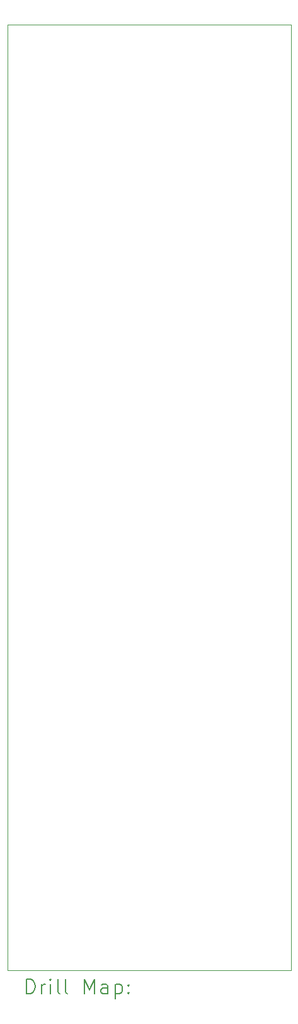
<source format=gbr>
%TF.GenerationSoftware,KiCad,Pcbnew,8.0.6*%
%TF.CreationDate,2025-03-08T22:03:24-06:00*%
%TF.ProjectId,fullycustomcontrolle one handv4,66756c6c-7963-4757-9374-6f6d636f6e74,rev?*%
%TF.SameCoordinates,Original*%
%TF.FileFunction,Drillmap*%
%TF.FilePolarity,Positive*%
%FSLAX45Y45*%
G04 Gerber Fmt 4.5, Leading zero omitted, Abs format (unit mm)*
G04 Created by KiCad (PCBNEW 8.0.6) date 2025-03-08 22:03:24*
%MOMM*%
%LPD*%
G01*
G04 APERTURE LIST*
%ADD10C,0.050000*%
%ADD11C,0.200000*%
G04 APERTURE END LIST*
D10*
X17780000Y-2313500D02*
X21590000Y-2313500D01*
X21590000Y-14986000D01*
X17780000Y-14986000D01*
X17780000Y-2313500D01*
D11*
X18038277Y-15299984D02*
X18038277Y-15099984D01*
X18038277Y-15099984D02*
X18085896Y-15099984D01*
X18085896Y-15099984D02*
X18114467Y-15109508D01*
X18114467Y-15109508D02*
X18133515Y-15128555D01*
X18133515Y-15128555D02*
X18143039Y-15147603D01*
X18143039Y-15147603D02*
X18152563Y-15185698D01*
X18152563Y-15185698D02*
X18152563Y-15214269D01*
X18152563Y-15214269D02*
X18143039Y-15252365D01*
X18143039Y-15252365D02*
X18133515Y-15271412D01*
X18133515Y-15271412D02*
X18114467Y-15290460D01*
X18114467Y-15290460D02*
X18085896Y-15299984D01*
X18085896Y-15299984D02*
X18038277Y-15299984D01*
X18238277Y-15299984D02*
X18238277Y-15166650D01*
X18238277Y-15204746D02*
X18247801Y-15185698D01*
X18247801Y-15185698D02*
X18257324Y-15176174D01*
X18257324Y-15176174D02*
X18276372Y-15166650D01*
X18276372Y-15166650D02*
X18295420Y-15166650D01*
X18362086Y-15299984D02*
X18362086Y-15166650D01*
X18362086Y-15099984D02*
X18352563Y-15109508D01*
X18352563Y-15109508D02*
X18362086Y-15119031D01*
X18362086Y-15119031D02*
X18371610Y-15109508D01*
X18371610Y-15109508D02*
X18362086Y-15099984D01*
X18362086Y-15099984D02*
X18362086Y-15119031D01*
X18485896Y-15299984D02*
X18466848Y-15290460D01*
X18466848Y-15290460D02*
X18457324Y-15271412D01*
X18457324Y-15271412D02*
X18457324Y-15099984D01*
X18590658Y-15299984D02*
X18571610Y-15290460D01*
X18571610Y-15290460D02*
X18562086Y-15271412D01*
X18562086Y-15271412D02*
X18562086Y-15099984D01*
X18819229Y-15299984D02*
X18819229Y-15099984D01*
X18819229Y-15099984D02*
X18885896Y-15242841D01*
X18885896Y-15242841D02*
X18952563Y-15099984D01*
X18952563Y-15099984D02*
X18952563Y-15299984D01*
X19133515Y-15299984D02*
X19133515Y-15195222D01*
X19133515Y-15195222D02*
X19123991Y-15176174D01*
X19123991Y-15176174D02*
X19104944Y-15166650D01*
X19104944Y-15166650D02*
X19066848Y-15166650D01*
X19066848Y-15166650D02*
X19047801Y-15176174D01*
X19133515Y-15290460D02*
X19114467Y-15299984D01*
X19114467Y-15299984D02*
X19066848Y-15299984D01*
X19066848Y-15299984D02*
X19047801Y-15290460D01*
X19047801Y-15290460D02*
X19038277Y-15271412D01*
X19038277Y-15271412D02*
X19038277Y-15252365D01*
X19038277Y-15252365D02*
X19047801Y-15233317D01*
X19047801Y-15233317D02*
X19066848Y-15223793D01*
X19066848Y-15223793D02*
X19114467Y-15223793D01*
X19114467Y-15223793D02*
X19133515Y-15214269D01*
X19228753Y-15166650D02*
X19228753Y-15366650D01*
X19228753Y-15176174D02*
X19247801Y-15166650D01*
X19247801Y-15166650D02*
X19285896Y-15166650D01*
X19285896Y-15166650D02*
X19304944Y-15176174D01*
X19304944Y-15176174D02*
X19314467Y-15185698D01*
X19314467Y-15185698D02*
X19323991Y-15204746D01*
X19323991Y-15204746D02*
X19323991Y-15261888D01*
X19323991Y-15261888D02*
X19314467Y-15280936D01*
X19314467Y-15280936D02*
X19304944Y-15290460D01*
X19304944Y-15290460D02*
X19285896Y-15299984D01*
X19285896Y-15299984D02*
X19247801Y-15299984D01*
X19247801Y-15299984D02*
X19228753Y-15290460D01*
X19409705Y-15280936D02*
X19419229Y-15290460D01*
X19419229Y-15290460D02*
X19409705Y-15299984D01*
X19409705Y-15299984D02*
X19400182Y-15290460D01*
X19400182Y-15290460D02*
X19409705Y-15280936D01*
X19409705Y-15280936D02*
X19409705Y-15299984D01*
X19409705Y-15176174D02*
X19419229Y-15185698D01*
X19419229Y-15185698D02*
X19409705Y-15195222D01*
X19409705Y-15195222D02*
X19400182Y-15185698D01*
X19400182Y-15185698D02*
X19409705Y-15176174D01*
X19409705Y-15176174D02*
X19409705Y-15195222D01*
M02*

</source>
